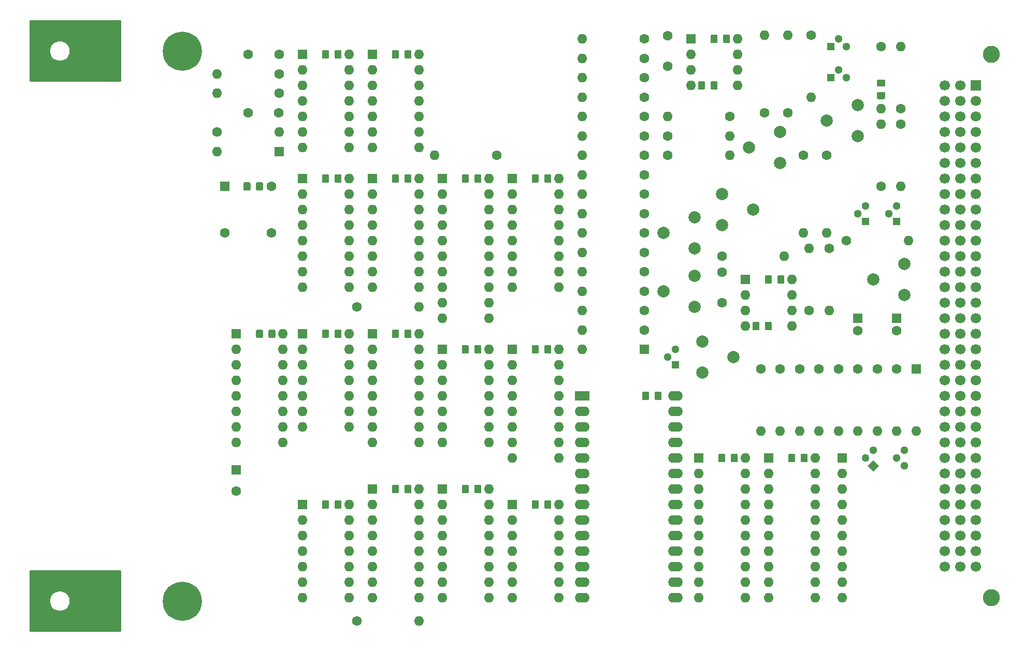
<source format=gbs>
G04 #@! TF.GenerationSoftware,KiCad,Pcbnew,(5.99.0-2039-g05a89863c)*
G04 #@! TF.CreationDate,2020-06-29T23:33:07-06:00*
G04 #@! TF.ProjectId,gfx,6766782e-6b69-4636-9164-5f7063625858,rev?*
G04 #@! TF.SameCoordinates,Original*
G04 #@! TF.FileFunction,Soldermask,Bot*
G04 #@! TF.FilePolarity,Negative*
%FSLAX46Y46*%
G04 Gerber Fmt 4.6, Leading zero omitted, Abs format (unit mm)*
G04 Created by KiCad (PCBNEW (5.99.0-2039-g05a89863c)) date 2020-06-29 23:33:07*
%MOMM*%
%LPD*%
G01*
G04 APERTURE LIST*
%ADD10O,1.600000X1.600000*%
%ADD11C,1.600000*%
%ADD12R,1.600000X1.600000*%
%ADD13C,0.800000*%
%ADD14C,6.400000*%
%ADD15R,1.300000X1.300000*%
%ADD16C,1.300000*%
%ADD17C,2.800000*%
%ADD18C,1.700000*%
%ADD19R,1.700000X1.700000*%
%ADD20O,2.400000X1.600000*%
%ADD21R,2.400000X1.600000*%
%ADD22C,2.000000*%
%ADD23C,1.270000*%
G04 APERTURE END LIST*
D10*
X213360000Y-68580000D03*
D11*
X203200000Y-68580000D03*
D10*
X142240000Y-81280000D03*
X134620000Y-96520000D03*
X142240000Y-83820000D03*
X134620000Y-93980000D03*
X142240000Y-86360000D03*
X134620000Y-91440000D03*
X142240000Y-88900000D03*
X134620000Y-88900000D03*
X142240000Y-91440000D03*
X134620000Y-86360000D03*
X142240000Y-93980000D03*
X134620000Y-83820000D03*
X142240000Y-96520000D03*
D12*
X134620000Y-81280000D03*
D10*
X153670000Y-81280000D03*
X146050000Y-99060000D03*
X153670000Y-83820000D03*
X146050000Y-96520000D03*
X153670000Y-86360000D03*
X146050000Y-93980000D03*
X153670000Y-88900000D03*
X146050000Y-91440000D03*
X153670000Y-91440000D03*
X146050000Y-88900000D03*
X153670000Y-93980000D03*
X146050000Y-86360000D03*
X153670000Y-96520000D03*
X146050000Y-83820000D03*
X153670000Y-99060000D03*
D12*
X146050000Y-81280000D03*
D13*
X116697056Y-123302944D03*
X115000000Y-122600000D03*
X113302944Y-123302944D03*
X112600000Y-125000000D03*
X113302944Y-126697056D03*
X115000000Y-127400000D03*
X116697056Y-126697056D03*
X117400000Y-125000000D03*
D14*
X115000000Y-125000000D03*
D13*
X116697056Y-33302944D03*
X115000000Y-32600000D03*
X113302944Y-33302944D03*
X112600000Y-35000000D03*
X113302944Y-36697056D03*
X115000000Y-37400000D03*
X116697056Y-36697056D03*
X117400000Y-35000000D03*
D14*
X115000000Y-35000000D03*
D10*
X153670000Y-76835000D03*
D11*
X143510000Y-76835000D03*
X225425000Y-80740000D03*
D12*
X225425000Y-78740000D03*
D11*
X231775000Y-80740000D03*
D12*
X231775000Y-78740000D03*
D11*
X123825000Y-107005000D03*
D12*
X123825000Y-103505000D03*
G36*
G01*
X210254000Y-80460000D02*
X210254000Y-79560000D01*
G75*
G02*
X210504000Y-79310000I250000J0D01*
G01*
X211154000Y-79310000D01*
G75*
G02*
X211404000Y-79560000I0J-250000D01*
G01*
X211404000Y-80460000D01*
G75*
G02*
X211154000Y-80710000I-250000J0D01*
G01*
X210504000Y-80710000D01*
G75*
G02*
X210254000Y-80460000I0J250000D01*
G01*
G37*
G36*
G01*
X208204000Y-80460000D02*
X208204000Y-79560000D01*
G75*
G02*
X208454000Y-79310000I250000J0D01*
G01*
X209104000Y-79310000D01*
G75*
G02*
X209354000Y-79560000I0J-250000D01*
G01*
X209354000Y-80460000D01*
G75*
G02*
X209104000Y-80710000I-250000J0D01*
G01*
X208454000Y-80710000D01*
G75*
G02*
X208204000Y-80460000I0J250000D01*
G01*
G37*
G36*
G01*
X201364000Y-41090000D02*
X201364000Y-40190000D01*
G75*
G02*
X201614000Y-39940000I250000J0D01*
G01*
X202264000Y-39940000D01*
G75*
G02*
X202514000Y-40190000I0J-250000D01*
G01*
X202514000Y-41090000D01*
G75*
G02*
X202264000Y-41340000I-250000J0D01*
G01*
X201614000Y-41340000D01*
G75*
G02*
X201364000Y-41090000I0J250000D01*
G01*
G37*
G36*
G01*
X199314000Y-41090000D02*
X199314000Y-40190000D01*
G75*
G02*
X199564000Y-39940000I250000J0D01*
G01*
X200214000Y-39940000D01*
G75*
G02*
X200464000Y-40190000I0J-250000D01*
G01*
X200464000Y-41090000D01*
G75*
G02*
X200214000Y-41340000I-250000J0D01*
G01*
X199564000Y-41340000D01*
G75*
G02*
X199314000Y-41090000I0J250000D01*
G01*
G37*
G36*
G01*
X211386000Y-71940000D02*
X211386000Y-72840000D01*
G75*
G02*
X211136000Y-73090000I-250000J0D01*
G01*
X210486000Y-73090000D01*
G75*
G02*
X210236000Y-72840000I0J250000D01*
G01*
X210236000Y-71940000D01*
G75*
G02*
X210486000Y-71690000I250000J0D01*
G01*
X211136000Y-71690000D01*
G75*
G02*
X211386000Y-71940000I0J-250000D01*
G01*
G37*
G36*
G01*
X213436000Y-71940000D02*
X213436000Y-72840000D01*
G75*
G02*
X213186000Y-73090000I-250000J0D01*
G01*
X212536000Y-73090000D01*
G75*
G02*
X212286000Y-72840000I0J250000D01*
G01*
X212286000Y-71940000D01*
G75*
G02*
X212536000Y-71690000I250000J0D01*
G01*
X213186000Y-71690000D01*
G75*
G02*
X213436000Y-71940000I0J-250000D01*
G01*
G37*
G36*
G01*
X202496000Y-32570000D02*
X202496000Y-33470000D01*
G75*
G02*
X202246000Y-33720000I-250000J0D01*
G01*
X201596000Y-33720000D01*
G75*
G02*
X201346000Y-33470000I0J250000D01*
G01*
X201346000Y-32570000D01*
G75*
G02*
X201596000Y-32320000I250000J0D01*
G01*
X202246000Y-32320000D01*
G75*
G02*
X202496000Y-32570000I0J-250000D01*
G01*
G37*
G36*
G01*
X204546000Y-32570000D02*
X204546000Y-33470000D01*
G75*
G02*
X204296000Y-33720000I-250000J0D01*
G01*
X203646000Y-33720000D01*
G75*
G02*
X203396000Y-33470000I0J250000D01*
G01*
X203396000Y-32570000D01*
G75*
G02*
X203646000Y-32320000I250000J0D01*
G01*
X204296000Y-32320000D01*
G75*
G02*
X204546000Y-32570000I0J-250000D01*
G01*
G37*
D10*
X176530000Y-109220000D03*
X168910000Y-124460000D03*
X176530000Y-111760000D03*
X168910000Y-121920000D03*
X176530000Y-114300000D03*
X168910000Y-119380000D03*
X176530000Y-116840000D03*
X168910000Y-116840000D03*
X176530000Y-119380000D03*
X168910000Y-114300000D03*
X176530000Y-121920000D03*
X168910000Y-111760000D03*
X176530000Y-124460000D03*
D12*
X168910000Y-109220000D03*
D10*
X165100000Y-106680000D03*
X157480000Y-124460000D03*
X165100000Y-109220000D03*
X157480000Y-121920000D03*
X165100000Y-111760000D03*
X157480000Y-119380000D03*
X165100000Y-114300000D03*
X157480000Y-116840000D03*
X165100000Y-116840000D03*
X157480000Y-114300000D03*
X165100000Y-119380000D03*
X157480000Y-111760000D03*
X165100000Y-121920000D03*
X157480000Y-109220000D03*
X165100000Y-124460000D03*
D12*
X157480000Y-106680000D03*
G36*
G01*
X138996000Y-108770000D02*
X138996000Y-109670000D01*
G75*
G02*
X138746000Y-109920000I-250000J0D01*
G01*
X138096000Y-109920000D01*
G75*
G02*
X137846000Y-109670000I0J250000D01*
G01*
X137846000Y-108770000D01*
G75*
G02*
X138096000Y-108520000I250000J0D01*
G01*
X138746000Y-108520000D01*
G75*
G02*
X138996000Y-108770000I0J-250000D01*
G01*
G37*
G36*
G01*
X141046000Y-108770000D02*
X141046000Y-109670000D01*
G75*
G02*
X140796000Y-109920000I-250000J0D01*
G01*
X140146000Y-109920000D01*
G75*
G02*
X139896000Y-109670000I0J250000D01*
G01*
X139896000Y-108770000D01*
G75*
G02*
X140146000Y-108520000I250000J0D01*
G01*
X140796000Y-108520000D01*
G75*
G02*
X141046000Y-108770000I0J-250000D01*
G01*
G37*
D10*
X142240000Y-55880000D03*
X134620000Y-73660000D03*
X142240000Y-58420000D03*
X134620000Y-71120000D03*
X142240000Y-60960000D03*
X134620000Y-68580000D03*
X142240000Y-63500000D03*
X134620000Y-66040000D03*
X142240000Y-66040000D03*
X134620000Y-63500000D03*
X142240000Y-68580000D03*
X134620000Y-60960000D03*
X142240000Y-71120000D03*
X134620000Y-58420000D03*
X142240000Y-73660000D03*
D12*
X134620000Y-55880000D03*
G36*
G01*
X138996000Y-80830000D02*
X138996000Y-81730000D01*
G75*
G02*
X138746000Y-81980000I-250000J0D01*
G01*
X138096000Y-81980000D01*
G75*
G02*
X137846000Y-81730000I0J250000D01*
G01*
X137846000Y-80830000D01*
G75*
G02*
X138096000Y-80580000I250000J0D01*
G01*
X138746000Y-80580000D01*
G75*
G02*
X138996000Y-80830000I0J-250000D01*
G01*
G37*
G36*
G01*
X141046000Y-80830000D02*
X141046000Y-81730000D01*
G75*
G02*
X140796000Y-81980000I-250000J0D01*
G01*
X140146000Y-81980000D01*
G75*
G02*
X139896000Y-81730000I0J250000D01*
G01*
X139896000Y-80830000D01*
G75*
G02*
X140146000Y-80580000I250000J0D01*
G01*
X140796000Y-80580000D01*
G75*
G02*
X141046000Y-80830000I0J-250000D01*
G01*
G37*
G36*
G01*
X229685000Y-40825000D02*
X228785000Y-40825000D01*
G75*
G02*
X228535000Y-40575000I0J250000D01*
G01*
X228535000Y-39925000D01*
G75*
G02*
X228785000Y-39675000I250000J0D01*
G01*
X229685000Y-39675000D01*
G75*
G02*
X229935000Y-39925000I0J-250000D01*
G01*
X229935000Y-40575000D01*
G75*
G02*
X229685000Y-40825000I-250000J0D01*
G01*
G37*
G36*
G01*
X229685000Y-42875000D02*
X228785000Y-42875000D01*
G75*
G02*
X228535000Y-42625000I0J250000D01*
G01*
X228535000Y-41975000D01*
G75*
G02*
X228785000Y-41725000I250000J0D01*
G01*
X229685000Y-41725000D01*
G75*
G02*
X229935000Y-41975000I0J-250000D01*
G01*
X229935000Y-42625000D01*
G75*
G02*
X229685000Y-42875000I-250000J0D01*
G01*
G37*
G36*
G01*
X215196000Y-101150000D02*
X215196000Y-102050000D01*
G75*
G02*
X214946000Y-102300000I-250000J0D01*
G01*
X214296000Y-102300000D01*
G75*
G02*
X214046000Y-102050000I0J250000D01*
G01*
X214046000Y-101150000D01*
G75*
G02*
X214296000Y-100900000I250000J0D01*
G01*
X214946000Y-100900000D01*
G75*
G02*
X215196000Y-101150000I0J-250000D01*
G01*
G37*
G36*
G01*
X217246000Y-101150000D02*
X217246000Y-102050000D01*
G75*
G02*
X216996000Y-102300000I-250000J0D01*
G01*
X216346000Y-102300000D01*
G75*
G02*
X216096000Y-102050000I0J250000D01*
G01*
X216096000Y-101150000D01*
G75*
G02*
X216346000Y-100900000I250000J0D01*
G01*
X216996000Y-100900000D01*
G75*
G02*
X217246000Y-101150000I0J-250000D01*
G01*
G37*
G36*
G01*
X203766000Y-101150000D02*
X203766000Y-102050000D01*
G75*
G02*
X203516000Y-102300000I-250000J0D01*
G01*
X202866000Y-102300000D01*
G75*
G02*
X202616000Y-102050000I0J250000D01*
G01*
X202616000Y-101150000D01*
G75*
G02*
X202866000Y-100900000I250000J0D01*
G01*
X203516000Y-100900000D01*
G75*
G02*
X203766000Y-101150000I0J-250000D01*
G01*
G37*
G36*
G01*
X205816000Y-101150000D02*
X205816000Y-102050000D01*
G75*
G02*
X205566000Y-102300000I-250000J0D01*
G01*
X204916000Y-102300000D01*
G75*
G02*
X204666000Y-102050000I0J250000D01*
G01*
X204666000Y-101150000D01*
G75*
G02*
X204916000Y-100900000I250000J0D01*
G01*
X205566000Y-100900000D01*
G75*
G02*
X205816000Y-101150000I0J-250000D01*
G01*
G37*
G36*
G01*
X191320000Y-90990000D02*
X191320000Y-91890000D01*
G75*
G02*
X191070000Y-92140000I-250000J0D01*
G01*
X190420000Y-92140000D01*
G75*
G02*
X190170000Y-91890000I0J250000D01*
G01*
X190170000Y-90990000D01*
G75*
G02*
X190420000Y-90740000I250000J0D01*
G01*
X191070000Y-90740000D01*
G75*
G02*
X191320000Y-90990000I0J-250000D01*
G01*
G37*
G36*
G01*
X193370000Y-90990000D02*
X193370000Y-91890000D01*
G75*
G02*
X193120000Y-92140000I-250000J0D01*
G01*
X192470000Y-92140000D01*
G75*
G02*
X192220000Y-91890000I0J250000D01*
G01*
X192220000Y-90990000D01*
G75*
G02*
X192470000Y-90740000I250000J0D01*
G01*
X193120000Y-90740000D01*
G75*
G02*
X193370000Y-90990000I0J-250000D01*
G01*
G37*
G36*
G01*
X161856000Y-106230000D02*
X161856000Y-107130000D01*
G75*
G02*
X161606000Y-107380000I-250000J0D01*
G01*
X160956000Y-107380000D01*
G75*
G02*
X160706000Y-107130000I0J250000D01*
G01*
X160706000Y-106230000D01*
G75*
G02*
X160956000Y-105980000I250000J0D01*
G01*
X161606000Y-105980000D01*
G75*
G02*
X161856000Y-106230000I0J-250000D01*
G01*
G37*
G36*
G01*
X163906000Y-106230000D02*
X163906000Y-107130000D01*
G75*
G02*
X163656000Y-107380000I-250000J0D01*
G01*
X163006000Y-107380000D01*
G75*
G02*
X162756000Y-107130000I0J250000D01*
G01*
X162756000Y-106230000D01*
G75*
G02*
X163006000Y-105980000I250000J0D01*
G01*
X163656000Y-105980000D01*
G75*
G02*
X163906000Y-106230000I0J-250000D01*
G01*
G37*
G36*
G01*
X173286000Y-83370000D02*
X173286000Y-84270000D01*
G75*
G02*
X173036000Y-84520000I-250000J0D01*
G01*
X172386000Y-84520000D01*
G75*
G02*
X172136000Y-84270000I0J250000D01*
G01*
X172136000Y-83370000D01*
G75*
G02*
X172386000Y-83120000I250000J0D01*
G01*
X173036000Y-83120000D01*
G75*
G02*
X173286000Y-83370000I0J-250000D01*
G01*
G37*
G36*
G01*
X175336000Y-83370000D02*
X175336000Y-84270000D01*
G75*
G02*
X175086000Y-84520000I-250000J0D01*
G01*
X174436000Y-84520000D01*
G75*
G02*
X174186000Y-84270000I0J250000D01*
G01*
X174186000Y-83370000D01*
G75*
G02*
X174436000Y-83120000I250000J0D01*
G01*
X175086000Y-83120000D01*
G75*
G02*
X175336000Y-83370000I0J-250000D01*
G01*
G37*
G36*
G01*
X173286000Y-55430000D02*
X173286000Y-56330000D01*
G75*
G02*
X173036000Y-56580000I-250000J0D01*
G01*
X172386000Y-56580000D01*
G75*
G02*
X172136000Y-56330000I0J250000D01*
G01*
X172136000Y-55430000D01*
G75*
G02*
X172386000Y-55180000I250000J0D01*
G01*
X173036000Y-55180000D01*
G75*
G02*
X173286000Y-55430000I0J-250000D01*
G01*
G37*
G36*
G01*
X175336000Y-55430000D02*
X175336000Y-56330000D01*
G75*
G02*
X175086000Y-56580000I-250000J0D01*
G01*
X174436000Y-56580000D01*
G75*
G02*
X174186000Y-56330000I0J250000D01*
G01*
X174186000Y-55430000D01*
G75*
G02*
X174436000Y-55180000I250000J0D01*
G01*
X175086000Y-55180000D01*
G75*
G02*
X175336000Y-55430000I0J-250000D01*
G01*
G37*
G36*
G01*
X150426000Y-106230000D02*
X150426000Y-107130000D01*
G75*
G02*
X150176000Y-107380000I-250000J0D01*
G01*
X149526000Y-107380000D01*
G75*
G02*
X149276000Y-107130000I0J250000D01*
G01*
X149276000Y-106230000D01*
G75*
G02*
X149526000Y-105980000I250000J0D01*
G01*
X150176000Y-105980000D01*
G75*
G02*
X150426000Y-106230000I0J-250000D01*
G01*
G37*
G36*
G01*
X152476000Y-106230000D02*
X152476000Y-107130000D01*
G75*
G02*
X152226000Y-107380000I-250000J0D01*
G01*
X151576000Y-107380000D01*
G75*
G02*
X151326000Y-107130000I0J250000D01*
G01*
X151326000Y-106230000D01*
G75*
G02*
X151576000Y-105980000I250000J0D01*
G01*
X152226000Y-105980000D01*
G75*
G02*
X152476000Y-106230000I0J-250000D01*
G01*
G37*
G36*
G01*
X161856000Y-83370000D02*
X161856000Y-84270000D01*
G75*
G02*
X161606000Y-84520000I-250000J0D01*
G01*
X160956000Y-84520000D01*
G75*
G02*
X160706000Y-84270000I0J250000D01*
G01*
X160706000Y-83370000D01*
G75*
G02*
X160956000Y-83120000I250000J0D01*
G01*
X161606000Y-83120000D01*
G75*
G02*
X161856000Y-83370000I0J-250000D01*
G01*
G37*
G36*
G01*
X163906000Y-83370000D02*
X163906000Y-84270000D01*
G75*
G02*
X163656000Y-84520000I-250000J0D01*
G01*
X163006000Y-84520000D01*
G75*
G02*
X162756000Y-84270000I0J250000D01*
G01*
X162756000Y-83370000D01*
G75*
G02*
X163006000Y-83120000I250000J0D01*
G01*
X163656000Y-83120000D01*
G75*
G02*
X163906000Y-83370000I0J-250000D01*
G01*
G37*
G36*
G01*
X161856000Y-55430000D02*
X161856000Y-56330000D01*
G75*
G02*
X161606000Y-56580000I-250000J0D01*
G01*
X160956000Y-56580000D01*
G75*
G02*
X160706000Y-56330000I0J250000D01*
G01*
X160706000Y-55430000D01*
G75*
G02*
X160956000Y-55180000I250000J0D01*
G01*
X161606000Y-55180000D01*
G75*
G02*
X161856000Y-55430000I0J-250000D01*
G01*
G37*
G36*
G01*
X163906000Y-55430000D02*
X163906000Y-56330000D01*
G75*
G02*
X163656000Y-56580000I-250000J0D01*
G01*
X163006000Y-56580000D01*
G75*
G02*
X162756000Y-56330000I0J250000D01*
G01*
X162756000Y-55430000D01*
G75*
G02*
X163006000Y-55180000I250000J0D01*
G01*
X163656000Y-55180000D01*
G75*
G02*
X163906000Y-55430000I0J-250000D01*
G01*
G37*
G36*
G01*
X150426000Y-80830000D02*
X150426000Y-81730000D01*
G75*
G02*
X150176000Y-81980000I-250000J0D01*
G01*
X149526000Y-81980000D01*
G75*
G02*
X149276000Y-81730000I0J250000D01*
G01*
X149276000Y-80830000D01*
G75*
G02*
X149526000Y-80580000I250000J0D01*
G01*
X150176000Y-80580000D01*
G75*
G02*
X150426000Y-80830000I0J-250000D01*
G01*
G37*
G36*
G01*
X152476000Y-80830000D02*
X152476000Y-81730000D01*
G75*
G02*
X152226000Y-81980000I-250000J0D01*
G01*
X151576000Y-81980000D01*
G75*
G02*
X151326000Y-81730000I0J250000D01*
G01*
X151326000Y-80830000D01*
G75*
G02*
X151576000Y-80580000I250000J0D01*
G01*
X152226000Y-80580000D01*
G75*
G02*
X152476000Y-80830000I0J-250000D01*
G01*
G37*
G36*
G01*
X150426000Y-55430000D02*
X150426000Y-56330000D01*
G75*
G02*
X150176000Y-56580000I-250000J0D01*
G01*
X149526000Y-56580000D01*
G75*
G02*
X149276000Y-56330000I0J250000D01*
G01*
X149276000Y-55430000D01*
G75*
G02*
X149526000Y-55180000I250000J0D01*
G01*
X150176000Y-55180000D01*
G75*
G02*
X150426000Y-55430000I0J-250000D01*
G01*
G37*
G36*
G01*
X152476000Y-55430000D02*
X152476000Y-56330000D01*
G75*
G02*
X152226000Y-56580000I-250000J0D01*
G01*
X151576000Y-56580000D01*
G75*
G02*
X151326000Y-56330000I0J250000D01*
G01*
X151326000Y-55430000D01*
G75*
G02*
X151576000Y-55180000I250000J0D01*
G01*
X152226000Y-55180000D01*
G75*
G02*
X152476000Y-55430000I0J-250000D01*
G01*
G37*
G36*
G01*
X150426000Y-35110000D02*
X150426000Y-36010000D01*
G75*
G02*
X150176000Y-36260000I-250000J0D01*
G01*
X149526000Y-36260000D01*
G75*
G02*
X149276000Y-36010000I0J250000D01*
G01*
X149276000Y-35110000D01*
G75*
G02*
X149526000Y-34860000I250000J0D01*
G01*
X150176000Y-34860000D01*
G75*
G02*
X150426000Y-35110000I0J-250000D01*
G01*
G37*
G36*
G01*
X152476000Y-35110000D02*
X152476000Y-36010000D01*
G75*
G02*
X152226000Y-36260000I-250000J0D01*
G01*
X151576000Y-36260000D01*
G75*
G02*
X151326000Y-36010000I0J250000D01*
G01*
X151326000Y-35110000D01*
G75*
G02*
X151576000Y-34860000I250000J0D01*
G01*
X152226000Y-34860000D01*
G75*
G02*
X152476000Y-35110000I0J-250000D01*
G01*
G37*
G36*
G01*
X173286000Y-108770000D02*
X173286000Y-109670000D01*
G75*
G02*
X173036000Y-109920000I-250000J0D01*
G01*
X172386000Y-109920000D01*
G75*
G02*
X172136000Y-109670000I0J250000D01*
G01*
X172136000Y-108770000D01*
G75*
G02*
X172386000Y-108520000I250000J0D01*
G01*
X173036000Y-108520000D01*
G75*
G02*
X173286000Y-108770000I0J-250000D01*
G01*
G37*
G36*
G01*
X175336000Y-108770000D02*
X175336000Y-109670000D01*
G75*
G02*
X175086000Y-109920000I-250000J0D01*
G01*
X174436000Y-109920000D01*
G75*
G02*
X174186000Y-109670000I0J250000D01*
G01*
X174186000Y-108770000D01*
G75*
G02*
X174436000Y-108520000I250000J0D01*
G01*
X175086000Y-108520000D01*
G75*
G02*
X175336000Y-108770000I0J-250000D01*
G01*
G37*
G36*
G01*
X138996000Y-55430000D02*
X138996000Y-56330000D01*
G75*
G02*
X138746000Y-56580000I-250000J0D01*
G01*
X138096000Y-56580000D01*
G75*
G02*
X137846000Y-56330000I0J250000D01*
G01*
X137846000Y-55430000D01*
G75*
G02*
X138096000Y-55180000I250000J0D01*
G01*
X138746000Y-55180000D01*
G75*
G02*
X138996000Y-55430000I0J-250000D01*
G01*
G37*
G36*
G01*
X141046000Y-55430000D02*
X141046000Y-56330000D01*
G75*
G02*
X140796000Y-56580000I-250000J0D01*
G01*
X140146000Y-56580000D01*
G75*
G02*
X139896000Y-56330000I0J250000D01*
G01*
X139896000Y-55430000D01*
G75*
G02*
X140146000Y-55180000I250000J0D01*
G01*
X140796000Y-55180000D01*
G75*
G02*
X141046000Y-55430000I0J-250000D01*
G01*
G37*
G36*
G01*
X138996000Y-35110000D02*
X138996000Y-36010000D01*
G75*
G02*
X138746000Y-36260000I-250000J0D01*
G01*
X138096000Y-36260000D01*
G75*
G02*
X137846000Y-36010000I0J250000D01*
G01*
X137846000Y-35110000D01*
G75*
G02*
X138096000Y-34860000I250000J0D01*
G01*
X138746000Y-34860000D01*
G75*
G02*
X138996000Y-35110000I0J-250000D01*
G01*
G37*
G36*
G01*
X141046000Y-35110000D02*
X141046000Y-36010000D01*
G75*
G02*
X140796000Y-36260000I-250000J0D01*
G01*
X140146000Y-36260000D01*
G75*
G02*
X139896000Y-36010000I0J250000D01*
G01*
X139896000Y-35110000D01*
G75*
G02*
X140146000Y-34860000I250000J0D01*
G01*
X140796000Y-34860000D01*
G75*
G02*
X141046000Y-35110000I0J-250000D01*
G01*
G37*
G36*
G01*
X128201000Y-80830000D02*
X128201000Y-81730000D01*
G75*
G02*
X127951000Y-81980000I-250000J0D01*
G01*
X127301000Y-81980000D01*
G75*
G02*
X127051000Y-81730000I0J250000D01*
G01*
X127051000Y-80830000D01*
G75*
G02*
X127301000Y-80580000I250000J0D01*
G01*
X127951000Y-80580000D01*
G75*
G02*
X128201000Y-80830000I0J-250000D01*
G01*
G37*
G36*
G01*
X130251000Y-80830000D02*
X130251000Y-81730000D01*
G75*
G02*
X130001000Y-81980000I-250000J0D01*
G01*
X129351000Y-81980000D01*
G75*
G02*
X129101000Y-81730000I0J250000D01*
G01*
X129101000Y-80830000D01*
G75*
G02*
X129351000Y-80580000I250000J0D01*
G01*
X130001000Y-80580000D01*
G75*
G02*
X130251000Y-80830000I0J-250000D01*
G01*
G37*
G36*
G01*
X126160000Y-56700000D02*
X126160000Y-57600000D01*
G75*
G02*
X125910000Y-57850000I-250000J0D01*
G01*
X125260000Y-57850000D01*
G75*
G02*
X125010000Y-57600000I0J250000D01*
G01*
X125010000Y-56700000D01*
G75*
G02*
X125260000Y-56450000I250000J0D01*
G01*
X125910000Y-56450000D01*
G75*
G02*
X126160000Y-56700000I0J-250000D01*
G01*
G37*
G36*
G01*
X128210000Y-56700000D02*
X128210000Y-57600000D01*
G75*
G02*
X127960000Y-57850000I-250000J0D01*
G01*
X127310000Y-57850000D01*
G75*
G02*
X127060000Y-57600000I0J250000D01*
G01*
X127060000Y-56700000D01*
G75*
G02*
X127310000Y-56450000I250000J0D01*
G01*
X127960000Y-56450000D01*
G75*
G02*
X128210000Y-56700000I0J-250000D01*
G01*
G37*
D15*
X195580000Y-86360000D03*
D16*
X195580000Y-83820000D03*
X194310000Y-85090000D03*
D10*
X153670000Y-35560000D03*
X146050000Y-50800000D03*
X153670000Y-38100000D03*
X146050000Y-48260000D03*
X153670000Y-40640000D03*
X146050000Y-45720000D03*
X153670000Y-43180000D03*
X146050000Y-43180000D03*
X153670000Y-45720000D03*
X146050000Y-40640000D03*
X153670000Y-48260000D03*
X146050000Y-38100000D03*
X153670000Y-50800000D03*
D12*
X146050000Y-35560000D03*
D10*
X142240000Y-109220000D03*
X134620000Y-124460000D03*
X142240000Y-111760000D03*
X134620000Y-121920000D03*
X142240000Y-114300000D03*
X134620000Y-119380000D03*
X142240000Y-116840000D03*
X134620000Y-116840000D03*
X142240000Y-119380000D03*
X134620000Y-114300000D03*
X142240000Y-121920000D03*
X134620000Y-111760000D03*
X142240000Y-124460000D03*
D12*
X134620000Y-109220000D03*
D10*
X222885000Y-124460000D03*
X222885000Y-121920000D03*
X222885000Y-119380000D03*
X222885000Y-116840000D03*
X222885000Y-114300000D03*
X222885000Y-111760000D03*
X222885000Y-109220000D03*
X222885000Y-106680000D03*
X222885000Y-104140000D03*
D12*
X222885000Y-101600000D03*
D17*
X247240000Y-124450000D03*
X247240000Y-35550000D03*
D18*
X242160000Y-119370000D03*
X244700000Y-119370000D03*
X242160000Y-116830000D03*
X244700000Y-116830000D03*
X242160000Y-114290000D03*
X244700000Y-114290000D03*
X242160000Y-111750000D03*
X244700000Y-111750000D03*
X242160000Y-109210000D03*
X244700000Y-109210000D03*
X242160000Y-106670000D03*
X244700000Y-106670000D03*
X242160000Y-104130000D03*
X244700000Y-104130000D03*
X242160000Y-101590000D03*
X244700000Y-101590000D03*
X242160000Y-99050000D03*
X244700000Y-99050000D03*
X242160000Y-96510000D03*
X244700000Y-96510000D03*
X242160000Y-93970000D03*
X244700000Y-93970000D03*
X242160000Y-91430000D03*
X244700000Y-91430000D03*
X242160000Y-88890000D03*
X244700000Y-88890000D03*
X242160000Y-86350000D03*
X244700000Y-86350000D03*
X242160000Y-83810000D03*
X244700000Y-83810000D03*
X242160000Y-81270000D03*
X244700000Y-81270000D03*
X242160000Y-78730000D03*
X244700000Y-78730000D03*
X242160000Y-76190000D03*
X244700000Y-76190000D03*
X242160000Y-73650000D03*
X244700000Y-73650000D03*
X242160000Y-71110000D03*
X244700000Y-71110000D03*
X242160000Y-68570000D03*
X244700000Y-68570000D03*
X242160000Y-66030000D03*
X244700000Y-66030000D03*
X242160000Y-63490000D03*
X244700000Y-63490000D03*
X242160000Y-60950000D03*
X244700000Y-60950000D03*
X242160000Y-58410000D03*
X244700000Y-58410000D03*
X242160000Y-55870000D03*
X244700000Y-55870000D03*
X242160000Y-53330000D03*
X244700000Y-53330000D03*
X242160000Y-50790000D03*
X244700000Y-50790000D03*
X242160000Y-48250000D03*
X244700000Y-48250000D03*
X242160000Y-45710000D03*
X244700000Y-45710000D03*
X242160000Y-43170000D03*
X244700000Y-43170000D03*
X242160000Y-40630000D03*
D19*
X244700000Y-40630000D03*
D18*
X239620000Y-104130000D03*
X239620000Y-101590000D03*
X239620000Y-106670000D03*
X239620000Y-53330000D03*
X239620000Y-50790000D03*
X239620000Y-40630000D03*
X239620000Y-76190000D03*
X239620000Y-73650000D03*
X239620000Y-48250000D03*
X239620000Y-45710000D03*
X239620000Y-43170000D03*
X239620000Y-83810000D03*
X239620000Y-116830000D03*
X239620000Y-66030000D03*
X239620000Y-63490000D03*
X239620000Y-96510000D03*
X239620000Y-93970000D03*
X239620000Y-99050000D03*
X239620000Y-88890000D03*
X239620000Y-86350000D03*
X239620000Y-60950000D03*
X239620000Y-58410000D03*
X239620000Y-55870000D03*
X239620000Y-81270000D03*
X239620000Y-78730000D03*
X239620000Y-111750000D03*
X239620000Y-109210000D03*
X239620000Y-114290000D03*
X239620000Y-71110000D03*
X239620000Y-68570000D03*
X239620000Y-91430000D03*
X239620000Y-119370000D03*
D10*
X214630000Y-72390000D03*
X207010000Y-80010000D03*
X214630000Y-74930000D03*
X207010000Y-77470000D03*
X214630000Y-77470000D03*
X207010000Y-74930000D03*
X214630000Y-80010000D03*
D12*
X207010000Y-72390000D03*
D10*
X205740000Y-33020000D03*
X198120000Y-40640000D03*
X205740000Y-35560000D03*
X198120000Y-38100000D03*
X205740000Y-38100000D03*
X198120000Y-35560000D03*
X205740000Y-40640000D03*
D12*
X198120000Y-33020000D03*
D20*
X195580000Y-91440000D03*
X180340000Y-124460000D03*
X195580000Y-93980000D03*
X180340000Y-121920000D03*
X195580000Y-96520000D03*
X180340000Y-119380000D03*
X195580000Y-99060000D03*
X180340000Y-116840000D03*
X195580000Y-101600000D03*
X180340000Y-114300000D03*
X195580000Y-104140000D03*
X180340000Y-111760000D03*
X195580000Y-106680000D03*
X180340000Y-109220000D03*
X195580000Y-109220000D03*
X180340000Y-106680000D03*
X195580000Y-111760000D03*
X180340000Y-104140000D03*
X195580000Y-114300000D03*
X180340000Y-101600000D03*
X195580000Y-116840000D03*
X180340000Y-99060000D03*
X195580000Y-119380000D03*
X180340000Y-96520000D03*
X195580000Y-121920000D03*
X180340000Y-93980000D03*
X195580000Y-124460000D03*
D21*
X180340000Y-91440000D03*
D10*
X176530000Y-55880000D03*
X168910000Y-73660000D03*
X176530000Y-58420000D03*
X168910000Y-71120000D03*
X176530000Y-60960000D03*
X168910000Y-68580000D03*
X176530000Y-63500000D03*
X168910000Y-66040000D03*
X176530000Y-66040000D03*
X168910000Y-63500000D03*
X176530000Y-68580000D03*
X168910000Y-60960000D03*
X176530000Y-71120000D03*
X168910000Y-58420000D03*
X176530000Y-73660000D03*
D12*
X168910000Y-55880000D03*
D10*
X218440000Y-101600000D03*
X210820000Y-124460000D03*
X218440000Y-104140000D03*
X210820000Y-121920000D03*
X218440000Y-106680000D03*
X210820000Y-119380000D03*
X218440000Y-109220000D03*
X210820000Y-116840000D03*
X218440000Y-111760000D03*
X210820000Y-114300000D03*
X218440000Y-114300000D03*
X210820000Y-111760000D03*
X218440000Y-116840000D03*
X210820000Y-109220000D03*
X218440000Y-119380000D03*
X210820000Y-106680000D03*
X218440000Y-121920000D03*
X210820000Y-104140000D03*
X218440000Y-124460000D03*
D12*
X210820000Y-101600000D03*
D10*
X207010000Y-101600000D03*
X199390000Y-124460000D03*
X207010000Y-104140000D03*
X199390000Y-121920000D03*
X207010000Y-106680000D03*
X199390000Y-119380000D03*
X207010000Y-109220000D03*
X199390000Y-116840000D03*
X207010000Y-111760000D03*
X199390000Y-114300000D03*
X207010000Y-114300000D03*
X199390000Y-111760000D03*
X207010000Y-116840000D03*
X199390000Y-109220000D03*
X207010000Y-119380000D03*
X199390000Y-106680000D03*
X207010000Y-121920000D03*
X199390000Y-104140000D03*
X207010000Y-124460000D03*
D12*
X199390000Y-101600000D03*
D10*
X165100000Y-55880000D03*
X157480000Y-78740000D03*
X165100000Y-58420000D03*
X157480000Y-76200000D03*
X165100000Y-60960000D03*
X157480000Y-73660000D03*
X165100000Y-63500000D03*
X157480000Y-71120000D03*
X165100000Y-66040000D03*
X157480000Y-68580000D03*
X165100000Y-68580000D03*
X157480000Y-66040000D03*
X165100000Y-71120000D03*
X157480000Y-63500000D03*
X165100000Y-73660000D03*
X157480000Y-60960000D03*
X165100000Y-76200000D03*
X157480000Y-58420000D03*
X165100000Y-78740000D03*
D12*
X157480000Y-55880000D03*
D10*
X153670000Y-106680000D03*
X146050000Y-124460000D03*
X153670000Y-109220000D03*
X146050000Y-121920000D03*
X153670000Y-111760000D03*
X146050000Y-119380000D03*
X153670000Y-114300000D03*
X146050000Y-116840000D03*
X153670000Y-116840000D03*
X146050000Y-114300000D03*
X153670000Y-119380000D03*
X146050000Y-111760000D03*
X153670000Y-121920000D03*
X146050000Y-109220000D03*
X153670000Y-124460000D03*
D12*
X146050000Y-106680000D03*
D10*
X176530000Y-83820000D03*
X168910000Y-101600000D03*
X176530000Y-86360000D03*
X168910000Y-99060000D03*
X176530000Y-88900000D03*
X168910000Y-96520000D03*
X176530000Y-91440000D03*
X168910000Y-93980000D03*
X176530000Y-93980000D03*
X168910000Y-91440000D03*
X176530000Y-96520000D03*
X168910000Y-88900000D03*
X176530000Y-99060000D03*
X168910000Y-86360000D03*
X176530000Y-101600000D03*
D12*
X168910000Y-83820000D03*
D10*
X153670000Y-55880000D03*
X146050000Y-73660000D03*
X153670000Y-58420000D03*
X146050000Y-71120000D03*
X153670000Y-60960000D03*
X146050000Y-68580000D03*
X153670000Y-63500000D03*
X146050000Y-66040000D03*
X153670000Y-66040000D03*
X146050000Y-63500000D03*
X153670000Y-68580000D03*
X146050000Y-60960000D03*
X153670000Y-71120000D03*
X146050000Y-58420000D03*
X153670000Y-73660000D03*
D12*
X146050000Y-55880000D03*
D10*
X165100000Y-83820000D03*
X157480000Y-99060000D03*
X165100000Y-86360000D03*
X157480000Y-96520000D03*
X165100000Y-88900000D03*
X157480000Y-93980000D03*
X165100000Y-91440000D03*
X157480000Y-91440000D03*
X165100000Y-93980000D03*
X157480000Y-88900000D03*
X165100000Y-96520000D03*
X157480000Y-86360000D03*
X165100000Y-99060000D03*
D12*
X157480000Y-83820000D03*
D10*
X131445000Y-81280000D03*
X123825000Y-99060000D03*
X131445000Y-83820000D03*
X123825000Y-96520000D03*
X131445000Y-86360000D03*
X123825000Y-93980000D03*
X131445000Y-88900000D03*
X123825000Y-91440000D03*
X131445000Y-91440000D03*
X123825000Y-88900000D03*
X131445000Y-93980000D03*
X123825000Y-86360000D03*
X131445000Y-96520000D03*
X123825000Y-83820000D03*
X131445000Y-99060000D03*
D12*
X123825000Y-81280000D03*
D10*
X142240000Y-35560000D03*
X134620000Y-50800000D03*
X142240000Y-38100000D03*
X134620000Y-48260000D03*
X142240000Y-40640000D03*
X134620000Y-45720000D03*
X142240000Y-43180000D03*
X134620000Y-43180000D03*
X142240000Y-45720000D03*
X134620000Y-40640000D03*
X142240000Y-48260000D03*
X134620000Y-38100000D03*
X142240000Y-50800000D03*
D12*
X134620000Y-35560000D03*
D11*
X121920000Y-64770000D03*
X129540000Y-64770000D03*
X129540000Y-57150000D03*
D12*
X121920000Y-57150000D03*
D22*
X203200000Y-63500000D03*
X208280000Y-60960000D03*
X203200000Y-58420000D03*
X233045000Y-69850000D03*
X227965000Y-72390000D03*
X233045000Y-74930000D03*
X200025000Y-87630000D03*
X205105000Y-85090000D03*
X200025000Y-82550000D03*
X212725000Y-48260000D03*
X207645000Y-50800000D03*
X212725000Y-53340000D03*
X225425000Y-43815000D03*
X220345000Y-46355000D03*
X225425000Y-48895000D03*
X198755000Y-71755000D03*
X193675000Y-74295000D03*
X198755000Y-76835000D03*
X198755000Y-62230000D03*
X193675000Y-64770000D03*
X198755000Y-67310000D03*
D10*
X232410000Y-57150000D03*
D11*
X232410000Y-46990000D03*
D10*
X232410000Y-34290000D03*
D11*
X232410000Y-44450000D03*
D10*
X216535000Y-64770000D03*
D11*
X216535000Y-52070000D03*
D10*
X220345000Y-64770000D03*
D11*
X220345000Y-52070000D03*
D10*
X233680000Y-66040000D03*
D11*
X223520000Y-66040000D03*
D10*
X229235000Y-46990000D03*
D11*
X229235000Y-57150000D03*
D10*
X209550000Y-97155000D03*
D11*
X209550000Y-86995000D03*
D10*
X217424000Y-67310000D03*
D11*
X217424000Y-77470000D03*
D10*
X220726000Y-77470000D03*
D11*
X220726000Y-67310000D03*
D10*
X231775000Y-97155000D03*
D11*
X231775000Y-86995000D03*
D10*
X228600000Y-97155000D03*
D11*
X228600000Y-86995000D03*
D10*
X225425000Y-97155000D03*
D11*
X225425000Y-86995000D03*
D10*
X222250000Y-97155000D03*
D11*
X222250000Y-86995000D03*
D10*
X219075000Y-97155000D03*
D11*
X219075000Y-86995000D03*
D10*
X215900000Y-97155000D03*
D11*
X215900000Y-86995000D03*
D10*
X212725000Y-97155000D03*
D11*
X212725000Y-86995000D03*
D10*
X213995000Y-32385000D03*
D11*
X213995000Y-45085000D03*
D10*
X210185000Y-32385000D03*
D11*
X210185000Y-45085000D03*
D10*
X217805000Y-42545000D03*
D11*
X217805000Y-32385000D03*
D10*
X229235000Y-44450000D03*
D11*
X229235000Y-34290000D03*
D10*
X180340000Y-33020000D03*
D11*
X190500000Y-33020000D03*
D10*
X204470000Y-52070000D03*
D11*
X194310000Y-52070000D03*
D10*
X194310000Y-45720000D03*
D11*
X204470000Y-45720000D03*
D10*
X204470000Y-48895000D03*
D11*
X194310000Y-48895000D03*
D10*
X180340000Y-80645000D03*
D11*
X190500000Y-80645000D03*
D10*
X180340000Y-77470000D03*
D11*
X190500000Y-77470000D03*
D10*
X180340000Y-74295000D03*
D11*
X190500000Y-74295000D03*
D10*
X180340000Y-71120000D03*
D11*
X190500000Y-71120000D03*
D10*
X180340000Y-67945000D03*
D11*
X190500000Y-67945000D03*
D10*
X180340000Y-64770000D03*
D11*
X190500000Y-64770000D03*
D10*
X180340000Y-61595000D03*
D11*
X190500000Y-61595000D03*
D10*
X180340000Y-58420000D03*
D11*
X190500000Y-58420000D03*
D10*
X180340000Y-55245000D03*
D11*
X190500000Y-55245000D03*
D10*
X180340000Y-52070000D03*
D11*
X190500000Y-52070000D03*
D10*
X180340000Y-48895000D03*
D11*
X190500000Y-48895000D03*
D10*
X180340000Y-45720000D03*
D11*
X190500000Y-45720000D03*
D10*
X180340000Y-42545000D03*
D11*
X190500000Y-42545000D03*
D10*
X180340000Y-39370000D03*
D11*
X190500000Y-39370000D03*
D10*
X180340000Y-36195000D03*
D11*
X190500000Y-36195000D03*
D10*
X153670000Y-128270000D03*
D11*
X143510000Y-128270000D03*
D10*
X156210000Y-52070000D03*
D11*
X166370000Y-52070000D03*
D10*
X130810000Y-48260000D03*
D11*
X120650000Y-48260000D03*
D10*
X120650000Y-41910000D03*
D11*
X130810000Y-41910000D03*
D10*
X120650000Y-38735000D03*
D11*
X130810000Y-38735000D03*
D15*
X231775000Y-62865000D03*
D16*
X231775000Y-60325000D03*
X230505000Y-61595000D03*
D15*
X226695000Y-62865000D03*
D16*
X226695000Y-60325000D03*
X225425000Y-61595000D03*
D15*
X220980000Y-39370000D03*
D16*
X223520000Y-39370000D03*
X222250000Y-38100000D03*
D15*
X220980000Y-34290000D03*
D16*
X223520000Y-34290000D03*
X222250000Y-33020000D03*
X233045000Y-102870000D03*
X233045000Y-100330000D03*
X231775000Y-101600000D03*
D23*
X226695000Y-101600000D03*
D16*
X227965000Y-100330000D03*
G36*
X228863026Y-102870000D02*
G01*
X227965000Y-103768026D01*
X227066974Y-102870000D01*
X227965000Y-101971974D01*
X228863026Y-102870000D01*
G37*
D10*
X234950000Y-97155000D03*
D12*
X234950000Y-86995000D03*
D10*
X180340000Y-83820000D03*
D12*
X190500000Y-83820000D03*
D10*
X120650000Y-51435000D03*
D12*
X130810000Y-51435000D03*
D11*
X203200000Y-71200000D03*
X203200000Y-76200000D03*
X194310000Y-32465000D03*
X194310000Y-37465000D03*
X130730000Y-45085000D03*
X125730000Y-45085000D03*
X130810000Y-35560000D03*
X125810000Y-35560000D03*
G36*
X104875999Y-120001036D02*
G01*
X104878995Y-120001143D01*
X104881989Y-120001321D01*
X104884977Y-120001571D01*
X104887959Y-120001891D01*
X104890932Y-120002282D01*
X104893895Y-120002745D01*
X104896846Y-120003277D01*
X104899783Y-120003879D01*
X104902706Y-120004552D01*
X104905611Y-120005293D01*
X104908498Y-120006104D01*
X104911365Y-120006983D01*
X104914211Y-120007930D01*
X104917032Y-120008944D01*
X104919829Y-120010026D01*
X104922600Y-120011173D01*
X104925342Y-120012386D01*
X104928055Y-120013664D01*
X104930737Y-120015007D01*
X104933385Y-120016412D01*
X104936000Y-120017881D01*
X104938579Y-120019411D01*
X104941121Y-120021002D01*
X104943624Y-120022653D01*
X104946087Y-120024363D01*
X104948509Y-120026132D01*
X104950888Y-120027957D01*
X104953223Y-120029839D01*
X104955512Y-120031776D01*
X104957755Y-120033766D01*
X104959950Y-120035810D01*
X104962095Y-120037905D01*
X104964190Y-120040050D01*
X104966234Y-120042245D01*
X104968224Y-120044488D01*
X104970161Y-120046777D01*
X104972043Y-120049112D01*
X104973868Y-120051491D01*
X104975637Y-120053913D01*
X104977347Y-120056376D01*
X104978998Y-120058879D01*
X104980589Y-120061421D01*
X104982119Y-120064000D01*
X104983588Y-120066615D01*
X104984993Y-120069263D01*
X104986336Y-120071945D01*
X104987614Y-120074658D01*
X104988827Y-120077400D01*
X104989974Y-120080171D01*
X104991056Y-120082968D01*
X104992070Y-120085789D01*
X104993017Y-120088635D01*
X104993896Y-120091502D01*
X104994707Y-120094389D01*
X104995448Y-120097294D01*
X104996121Y-120100217D01*
X104996723Y-120103154D01*
X104997255Y-120106105D01*
X104997718Y-120109068D01*
X104998109Y-120112041D01*
X104998429Y-120115023D01*
X104998679Y-120118011D01*
X104998857Y-120121005D01*
X104998964Y-120124001D01*
X104999000Y-120127000D01*
X104999000Y-129873000D01*
X104998964Y-129875999D01*
X104998857Y-129878995D01*
X104998679Y-129881989D01*
X104998429Y-129884977D01*
X104998109Y-129887959D01*
X104997718Y-129890932D01*
X104997255Y-129893895D01*
X104996723Y-129896846D01*
X104996121Y-129899783D01*
X104995448Y-129902706D01*
X104994707Y-129905611D01*
X104993896Y-129908498D01*
X104993017Y-129911365D01*
X104992070Y-129914211D01*
X104991056Y-129917032D01*
X104989974Y-129919829D01*
X104988827Y-129922600D01*
X104987614Y-129925342D01*
X104986336Y-129928055D01*
X104984993Y-129930737D01*
X104983588Y-129933385D01*
X104982119Y-129936000D01*
X104980589Y-129938579D01*
X104978998Y-129941121D01*
X104977347Y-129943624D01*
X104975637Y-129946087D01*
X104973868Y-129948509D01*
X104972043Y-129950888D01*
X104970161Y-129953223D01*
X104968224Y-129955512D01*
X104966234Y-129957755D01*
X104964190Y-129959950D01*
X104962095Y-129962095D01*
X104959950Y-129964190D01*
X104957755Y-129966234D01*
X104955512Y-129968224D01*
X104953223Y-129970161D01*
X104950888Y-129972043D01*
X104948509Y-129973868D01*
X104946087Y-129975637D01*
X104943624Y-129977347D01*
X104941121Y-129978998D01*
X104938579Y-129980589D01*
X104936000Y-129982119D01*
X104933385Y-129983588D01*
X104930737Y-129984993D01*
X104928055Y-129986336D01*
X104925342Y-129987614D01*
X104922600Y-129988827D01*
X104919829Y-129989974D01*
X104917032Y-129991056D01*
X104914211Y-129992070D01*
X104911365Y-129993017D01*
X104908498Y-129993896D01*
X104905611Y-129994707D01*
X104902706Y-129995448D01*
X104899783Y-129996121D01*
X104896846Y-129996723D01*
X104893895Y-129997255D01*
X104890932Y-129997718D01*
X104887959Y-129998109D01*
X104884977Y-129998429D01*
X104881989Y-129998679D01*
X104878995Y-129998857D01*
X104875999Y-129998964D01*
X104873000Y-129999000D01*
X90127000Y-129999000D01*
X90124001Y-129998964D01*
X90121005Y-129998857D01*
X90118011Y-129998679D01*
X90115023Y-129998429D01*
X90112041Y-129998109D01*
X90109068Y-129997718D01*
X90106105Y-129997255D01*
X90103154Y-129996723D01*
X90100217Y-129996121D01*
X90097294Y-129995448D01*
X90094389Y-129994707D01*
X90091502Y-129993896D01*
X90088635Y-129993017D01*
X90085789Y-129992070D01*
X90082968Y-129991056D01*
X90080171Y-129989974D01*
X90077400Y-129988827D01*
X90074658Y-129987614D01*
X90071945Y-129986336D01*
X90069263Y-129984993D01*
X90066615Y-129983588D01*
X90064000Y-129982119D01*
X90061421Y-129980589D01*
X90058879Y-129978998D01*
X90056376Y-129977347D01*
X90053913Y-129975637D01*
X90051491Y-129973868D01*
X90049112Y-129972043D01*
X90046777Y-129970161D01*
X90044488Y-129968224D01*
X90042245Y-129966234D01*
X90040050Y-129964190D01*
X90037905Y-129962095D01*
X90035810Y-129959950D01*
X90033766Y-129957755D01*
X90031776Y-129955512D01*
X90029839Y-129953223D01*
X90027957Y-129950888D01*
X90026132Y-129948509D01*
X90024363Y-129946087D01*
X90022653Y-129943624D01*
X90021002Y-129941121D01*
X90019411Y-129938579D01*
X90017881Y-129936000D01*
X90016412Y-129933385D01*
X90015007Y-129930737D01*
X90013664Y-129928055D01*
X90012386Y-129925342D01*
X90011173Y-129922600D01*
X90010026Y-129919829D01*
X90008944Y-129917032D01*
X90007930Y-129914211D01*
X90006983Y-129911365D01*
X90006104Y-129908498D01*
X90005293Y-129905611D01*
X90004552Y-129902706D01*
X90003879Y-129899783D01*
X90003277Y-129896846D01*
X90002745Y-129893895D01*
X90002282Y-129890932D01*
X90001891Y-129887959D01*
X90001571Y-129884977D01*
X90001321Y-129881989D01*
X90001143Y-129878995D01*
X90001036Y-129875999D01*
X90001000Y-129873000D01*
X90001000Y-125000004D01*
X93399009Y-125000004D01*
X93399010Y-125000038D01*
X93399033Y-125000452D01*
X93418649Y-125249689D01*
X93418718Y-125250432D01*
X93418732Y-125250516D01*
X93418791Y-125250793D01*
X93418819Y-125250913D01*
X93477169Y-125493956D01*
X93477350Y-125494672D01*
X93477383Y-125494780D01*
X93477491Y-125495059D01*
X93477559Y-125495228D01*
X93573173Y-125726062D01*
X93573495Y-125726810D01*
X93573519Y-125726859D01*
X93573714Y-125727194D01*
X93704360Y-125940390D01*
X93704763Y-125941027D01*
X93704793Y-125941068D01*
X93705020Y-125941348D01*
X93705123Y-125941470D01*
X93867391Y-126131462D01*
X93867855Y-126131993D01*
X93867923Y-126132067D01*
X93867987Y-126132127D01*
X93868197Y-126132316D01*
X93868367Y-126132464D01*
X94058291Y-126294673D01*
X94058927Y-126295203D01*
X94059000Y-126295256D01*
X94059248Y-126295417D01*
X94059334Y-126295470D01*
X94272497Y-126426097D01*
X94273123Y-126426470D01*
X94273209Y-126426515D01*
X94273492Y-126426641D01*
X94273610Y-126426691D01*
X94504526Y-126522339D01*
X94505247Y-126522626D01*
X94505329Y-126522651D01*
X94505730Y-126522756D01*
X94748752Y-126581100D01*
X94749539Y-126581278D01*
X94749559Y-126581281D01*
X94750002Y-126581327D01*
X94999240Y-126600942D01*
X94999953Y-126600990D01*
X95000038Y-126600990D01*
X95000452Y-126600967D01*
X95249689Y-126581351D01*
X95250432Y-126581282D01*
X95250516Y-126581268D01*
X95250793Y-126581209D01*
X95250913Y-126581181D01*
X95493956Y-126522831D01*
X95494676Y-126522649D01*
X95494787Y-126522614D01*
X95495059Y-126522509D01*
X95495228Y-126522441D01*
X95726062Y-126426827D01*
X95726810Y-126426505D01*
X95726859Y-126426481D01*
X95727194Y-126426286D01*
X95940390Y-126295640D01*
X95941027Y-126295237D01*
X95941068Y-126295207D01*
X95941348Y-126294980D01*
X95941470Y-126294877D01*
X96131462Y-126132609D01*
X96131993Y-126132145D01*
X96132067Y-126132077D01*
X96132127Y-126132013D01*
X96132316Y-126131803D01*
X96132464Y-126131633D01*
X96294673Y-125941709D01*
X96295203Y-125941073D01*
X96295256Y-125941000D01*
X96295417Y-125940752D01*
X96295470Y-125940666D01*
X96426097Y-125727503D01*
X96426470Y-125726877D01*
X96426515Y-125726791D01*
X96426641Y-125726508D01*
X96426691Y-125726390D01*
X96522339Y-125495474D01*
X96522626Y-125494753D01*
X96522651Y-125494671D01*
X96522756Y-125494270D01*
X96581100Y-125251248D01*
X96581278Y-125250461D01*
X96581281Y-125250441D01*
X96581327Y-125249998D01*
X96600942Y-125000760D01*
X96600990Y-125000047D01*
X96600990Y-124999962D01*
X96600967Y-124999548D01*
X96581351Y-124750311D01*
X96581282Y-124749568D01*
X96581276Y-124749526D01*
X96581265Y-124749471D01*
X96581209Y-124749207D01*
X96581181Y-124749087D01*
X96522826Y-124506022D01*
X96522649Y-124505324D01*
X96522617Y-124505220D01*
X96522509Y-124504941D01*
X96522441Y-124504772D01*
X96426827Y-124273938D01*
X96426505Y-124273190D01*
X96426481Y-124273141D01*
X96426286Y-124272806D01*
X96295615Y-124059571D01*
X96295237Y-124058973D01*
X96295207Y-124058932D01*
X96294980Y-124058652D01*
X96294877Y-124058530D01*
X96132609Y-123868538D01*
X96132145Y-123868007D01*
X96132077Y-123867933D01*
X96132013Y-123867873D01*
X96131803Y-123867684D01*
X96131633Y-123867536D01*
X95941709Y-123705327D01*
X95941073Y-123704797D01*
X95941000Y-123704744D01*
X95940752Y-123704583D01*
X95940666Y-123704530D01*
X95727503Y-123573903D01*
X95726877Y-123573530D01*
X95726791Y-123573485D01*
X95726508Y-123573359D01*
X95726390Y-123573309D01*
X95495474Y-123477661D01*
X95494753Y-123477374D01*
X95494671Y-123477349D01*
X95494270Y-123477244D01*
X95251248Y-123418900D01*
X95250461Y-123418722D01*
X95250441Y-123418719D01*
X95249998Y-123418673D01*
X95000760Y-123399058D01*
X95000047Y-123399010D01*
X94999962Y-123399010D01*
X94999548Y-123399033D01*
X94750311Y-123418649D01*
X94749568Y-123418718D01*
X94749484Y-123418732D01*
X94749207Y-123418791D01*
X94749087Y-123418819D01*
X94506044Y-123477169D01*
X94505324Y-123477351D01*
X94505220Y-123477383D01*
X94504941Y-123477491D01*
X94504775Y-123477558D01*
X94273938Y-123573173D01*
X94273190Y-123573495D01*
X94273141Y-123573519D01*
X94272806Y-123573714D01*
X94059610Y-123704360D01*
X94058973Y-123704763D01*
X94058932Y-123704793D01*
X94058652Y-123705020D01*
X94058530Y-123705123D01*
X93868538Y-123867391D01*
X93868007Y-123867855D01*
X93867933Y-123867923D01*
X93867873Y-123867987D01*
X93867684Y-123868197D01*
X93867536Y-123868367D01*
X93705327Y-124058291D01*
X93704797Y-124058927D01*
X93704744Y-124059000D01*
X93704583Y-124059248D01*
X93704530Y-124059334D01*
X93573903Y-124272497D01*
X93573530Y-124273123D01*
X93573485Y-124273209D01*
X93573359Y-124273492D01*
X93573309Y-124273610D01*
X93477661Y-124504526D01*
X93477374Y-124505247D01*
X93477349Y-124505329D01*
X93477244Y-124505730D01*
X93418900Y-124748752D01*
X93418722Y-124749539D01*
X93418719Y-124749559D01*
X93418673Y-124750002D01*
X93399058Y-124999240D01*
X93399010Y-124999953D01*
X93399009Y-125000004D01*
X90001000Y-125000004D01*
X90001000Y-120127000D01*
X90001036Y-120124001D01*
X90001143Y-120121005D01*
X90001321Y-120118011D01*
X90001571Y-120115023D01*
X90001891Y-120112041D01*
X90002282Y-120109068D01*
X90002745Y-120106105D01*
X90003277Y-120103154D01*
X90003879Y-120100217D01*
X90004552Y-120097294D01*
X90005293Y-120094389D01*
X90006104Y-120091502D01*
X90006983Y-120088635D01*
X90007930Y-120085789D01*
X90008944Y-120082968D01*
X90010026Y-120080171D01*
X90011173Y-120077400D01*
X90012386Y-120074658D01*
X90013664Y-120071945D01*
X90015007Y-120069263D01*
X90016412Y-120066615D01*
X90017881Y-120064000D01*
X90019411Y-120061421D01*
X90021002Y-120058879D01*
X90022653Y-120056376D01*
X90024363Y-120053913D01*
X90026132Y-120051491D01*
X90027957Y-120049112D01*
X90029839Y-120046777D01*
X90031776Y-120044488D01*
X90033766Y-120042245D01*
X90035810Y-120040050D01*
X90037905Y-120037905D01*
X90040050Y-120035810D01*
X90042245Y-120033766D01*
X90044488Y-120031776D01*
X90046777Y-120029839D01*
X90049112Y-120027957D01*
X90051491Y-120026132D01*
X90053913Y-120024363D01*
X90056376Y-120022653D01*
X90058879Y-120021002D01*
X90061421Y-120019411D01*
X90064000Y-120017881D01*
X90066615Y-120016412D01*
X90069263Y-120015007D01*
X90071945Y-120013664D01*
X90074658Y-120012386D01*
X90077400Y-120011173D01*
X90080171Y-120010026D01*
X90082968Y-120008944D01*
X90085789Y-120007930D01*
X90088635Y-120006983D01*
X90091502Y-120006104D01*
X90094389Y-120005293D01*
X90097294Y-120004552D01*
X90100217Y-120003879D01*
X90103154Y-120003277D01*
X90106105Y-120002745D01*
X90109068Y-120002282D01*
X90112041Y-120001891D01*
X90115023Y-120001571D01*
X90118011Y-120001321D01*
X90121005Y-120001143D01*
X90124001Y-120001036D01*
X90127000Y-120001000D01*
X104873000Y-120001000D01*
X104875999Y-120001036D01*
G37*
G36*
X104875999Y-30001036D02*
G01*
X104878995Y-30001143D01*
X104881989Y-30001321D01*
X104884977Y-30001571D01*
X104887959Y-30001891D01*
X104890932Y-30002282D01*
X104893895Y-30002745D01*
X104896846Y-30003277D01*
X104899783Y-30003879D01*
X104902706Y-30004552D01*
X104905611Y-30005293D01*
X104908498Y-30006104D01*
X104911365Y-30006983D01*
X104914211Y-30007930D01*
X104917032Y-30008944D01*
X104919829Y-30010026D01*
X104922600Y-30011173D01*
X104925342Y-30012386D01*
X104928055Y-30013664D01*
X104930737Y-30015007D01*
X104933385Y-30016412D01*
X104936000Y-30017881D01*
X104938579Y-30019411D01*
X104941121Y-30021002D01*
X104943624Y-30022653D01*
X104946087Y-30024363D01*
X104948509Y-30026132D01*
X104950888Y-30027957D01*
X104953223Y-30029839D01*
X104955512Y-30031776D01*
X104957755Y-30033766D01*
X104959950Y-30035810D01*
X104962095Y-30037905D01*
X104964190Y-30040050D01*
X104966234Y-30042245D01*
X104968224Y-30044488D01*
X104970161Y-30046777D01*
X104972043Y-30049112D01*
X104973868Y-30051491D01*
X104975637Y-30053913D01*
X104977347Y-30056376D01*
X104978998Y-30058879D01*
X104980589Y-30061421D01*
X104982119Y-30064000D01*
X104983588Y-30066615D01*
X104984993Y-30069263D01*
X104986336Y-30071945D01*
X104987614Y-30074658D01*
X104988827Y-30077400D01*
X104989974Y-30080171D01*
X104991056Y-30082968D01*
X104992070Y-30085789D01*
X104993017Y-30088635D01*
X104993896Y-30091502D01*
X104994707Y-30094389D01*
X104995448Y-30097294D01*
X104996121Y-30100217D01*
X104996723Y-30103154D01*
X104997255Y-30106105D01*
X104997718Y-30109068D01*
X104998109Y-30112041D01*
X104998429Y-30115023D01*
X104998679Y-30118011D01*
X104998857Y-30121005D01*
X104998964Y-30124001D01*
X104999000Y-30127000D01*
X104999000Y-39873000D01*
X104998964Y-39875999D01*
X104998857Y-39878995D01*
X104998679Y-39881989D01*
X104998429Y-39884977D01*
X104998109Y-39887959D01*
X104997718Y-39890932D01*
X104997255Y-39893895D01*
X104996723Y-39896846D01*
X104996121Y-39899783D01*
X104995448Y-39902706D01*
X104994707Y-39905611D01*
X104993896Y-39908498D01*
X104993017Y-39911365D01*
X104992070Y-39914211D01*
X104991056Y-39917032D01*
X104989974Y-39919829D01*
X104988827Y-39922600D01*
X104987614Y-39925342D01*
X104986336Y-39928055D01*
X104984993Y-39930737D01*
X104983588Y-39933385D01*
X104982119Y-39936000D01*
X104980589Y-39938579D01*
X104978998Y-39941121D01*
X104977347Y-39943624D01*
X104975637Y-39946087D01*
X104973868Y-39948509D01*
X104972043Y-39950888D01*
X104970161Y-39953223D01*
X104968224Y-39955512D01*
X104966234Y-39957755D01*
X104964190Y-39959950D01*
X104962095Y-39962095D01*
X104959950Y-39964190D01*
X104957755Y-39966234D01*
X104955512Y-39968224D01*
X104953223Y-39970161D01*
X104950888Y-39972043D01*
X104948509Y-39973868D01*
X104946087Y-39975637D01*
X104943624Y-39977347D01*
X104941121Y-39978998D01*
X104938579Y-39980589D01*
X104936000Y-39982119D01*
X104933385Y-39983588D01*
X104930737Y-39984993D01*
X104928055Y-39986336D01*
X104925342Y-39987614D01*
X104922600Y-39988827D01*
X104919829Y-39989974D01*
X104917032Y-39991056D01*
X104914211Y-39992070D01*
X104911365Y-39993017D01*
X104908498Y-39993896D01*
X104905611Y-39994707D01*
X104902706Y-39995448D01*
X104899783Y-39996121D01*
X104896846Y-39996723D01*
X104893895Y-39997255D01*
X104890932Y-39997718D01*
X104887959Y-39998109D01*
X104884977Y-39998429D01*
X104881989Y-39998679D01*
X104878995Y-39998857D01*
X104875999Y-39998964D01*
X104873000Y-39999000D01*
X90127000Y-39999000D01*
X90124001Y-39998964D01*
X90121005Y-39998857D01*
X90118011Y-39998679D01*
X90115023Y-39998429D01*
X90112041Y-39998109D01*
X90109068Y-39997718D01*
X90106105Y-39997255D01*
X90103154Y-39996723D01*
X90100217Y-39996121D01*
X90097294Y-39995448D01*
X90094389Y-39994707D01*
X90091502Y-39993896D01*
X90088635Y-39993017D01*
X90085789Y-39992070D01*
X90082968Y-39991056D01*
X90080171Y-39989974D01*
X90077400Y-39988827D01*
X90074658Y-39987614D01*
X90071945Y-39986336D01*
X90069263Y-39984993D01*
X90066615Y-39983588D01*
X90064000Y-39982119D01*
X90061421Y-39980589D01*
X90058879Y-39978998D01*
X90056376Y-39977347D01*
X90053913Y-39975637D01*
X90051491Y-39973868D01*
X90049112Y-39972043D01*
X90046777Y-39970161D01*
X90044488Y-39968224D01*
X90042245Y-39966234D01*
X90040050Y-39964190D01*
X90037905Y-39962095D01*
X90035810Y-39959950D01*
X90033766Y-39957755D01*
X90031776Y-39955512D01*
X90029839Y-39953223D01*
X90027957Y-39950888D01*
X90026132Y-39948509D01*
X90024363Y-39946087D01*
X90022653Y-39943624D01*
X90021002Y-39941121D01*
X90019411Y-39938579D01*
X90017881Y-39936000D01*
X90016412Y-39933385D01*
X90015007Y-39930737D01*
X90013664Y-39928055D01*
X90012386Y-39925342D01*
X90011173Y-39922600D01*
X90010026Y-39919829D01*
X90008944Y-39917032D01*
X90007930Y-39914211D01*
X90006983Y-39911365D01*
X90006104Y-39908498D01*
X90005293Y-39905611D01*
X90004552Y-39902706D01*
X90003879Y-39899783D01*
X90003277Y-39896846D01*
X90002745Y-39893895D01*
X90002282Y-39890932D01*
X90001891Y-39887959D01*
X90001571Y-39884977D01*
X90001321Y-39881989D01*
X90001143Y-39878995D01*
X90001036Y-39875999D01*
X90001000Y-39873000D01*
X90001000Y-35000004D01*
X93399009Y-35000004D01*
X93399010Y-35000038D01*
X93399033Y-35000452D01*
X93418649Y-35249689D01*
X93418718Y-35250432D01*
X93418732Y-35250516D01*
X93418791Y-35250793D01*
X93418819Y-35250913D01*
X93477169Y-35493956D01*
X93477350Y-35494672D01*
X93477383Y-35494780D01*
X93477491Y-35495059D01*
X93477559Y-35495228D01*
X93573173Y-35726062D01*
X93573495Y-35726810D01*
X93573519Y-35726859D01*
X93573714Y-35727194D01*
X93704360Y-35940390D01*
X93704763Y-35941027D01*
X93704793Y-35941068D01*
X93705020Y-35941348D01*
X93705123Y-35941470D01*
X93867391Y-36131462D01*
X93867855Y-36131993D01*
X93867923Y-36132067D01*
X93867987Y-36132127D01*
X93868197Y-36132316D01*
X93868367Y-36132464D01*
X94058291Y-36294673D01*
X94058927Y-36295203D01*
X94059000Y-36295256D01*
X94059248Y-36295417D01*
X94059334Y-36295470D01*
X94272497Y-36426097D01*
X94273123Y-36426470D01*
X94273209Y-36426515D01*
X94273492Y-36426641D01*
X94273610Y-36426691D01*
X94504526Y-36522339D01*
X94505247Y-36522626D01*
X94505329Y-36522651D01*
X94505730Y-36522756D01*
X94748752Y-36581100D01*
X94749539Y-36581278D01*
X94749559Y-36581281D01*
X94750002Y-36581327D01*
X94999240Y-36600942D01*
X94999953Y-36600990D01*
X95000038Y-36600990D01*
X95000452Y-36600967D01*
X95249689Y-36581351D01*
X95250432Y-36581282D01*
X95250516Y-36581268D01*
X95250793Y-36581209D01*
X95250913Y-36581181D01*
X95493956Y-36522831D01*
X95494676Y-36522649D01*
X95494787Y-36522614D01*
X95495059Y-36522509D01*
X95495228Y-36522441D01*
X95726062Y-36426827D01*
X95726810Y-36426505D01*
X95726859Y-36426481D01*
X95727194Y-36426286D01*
X95940390Y-36295640D01*
X95941027Y-36295237D01*
X95941068Y-36295207D01*
X95941348Y-36294980D01*
X95941470Y-36294877D01*
X96131462Y-36132609D01*
X96131993Y-36132145D01*
X96132067Y-36132077D01*
X96132127Y-36132013D01*
X96132316Y-36131803D01*
X96132464Y-36131633D01*
X96294673Y-35941709D01*
X96295203Y-35941073D01*
X96295256Y-35941000D01*
X96295417Y-35940752D01*
X96295470Y-35940666D01*
X96426097Y-35727503D01*
X96426470Y-35726877D01*
X96426515Y-35726791D01*
X96426641Y-35726508D01*
X96426691Y-35726390D01*
X96522339Y-35495474D01*
X96522626Y-35494753D01*
X96522651Y-35494671D01*
X96522756Y-35494270D01*
X96581100Y-35251248D01*
X96581278Y-35250461D01*
X96581281Y-35250441D01*
X96581327Y-35249998D01*
X96600942Y-35000760D01*
X96600990Y-35000047D01*
X96600990Y-34999962D01*
X96600967Y-34999548D01*
X96581351Y-34750311D01*
X96581282Y-34749568D01*
X96581276Y-34749526D01*
X96581265Y-34749471D01*
X96581209Y-34749207D01*
X96581181Y-34749087D01*
X96522826Y-34506022D01*
X96522649Y-34505324D01*
X96522617Y-34505220D01*
X96522509Y-34504941D01*
X96522441Y-34504772D01*
X96426827Y-34273938D01*
X96426505Y-34273190D01*
X96426481Y-34273141D01*
X96426286Y-34272806D01*
X96295615Y-34059571D01*
X96295237Y-34058973D01*
X96295207Y-34058932D01*
X96294980Y-34058652D01*
X96294877Y-34058530D01*
X96132609Y-33868538D01*
X96132145Y-33868007D01*
X96132077Y-33867933D01*
X96132013Y-33867873D01*
X96131803Y-33867684D01*
X96131633Y-33867536D01*
X95941709Y-33705327D01*
X95941073Y-33704797D01*
X95941000Y-33704744D01*
X95940752Y-33704583D01*
X95940666Y-33704530D01*
X95727503Y-33573903D01*
X95726877Y-33573530D01*
X95726791Y-33573485D01*
X95726508Y-33573359D01*
X95726390Y-33573309D01*
X95495474Y-33477661D01*
X95494753Y-33477374D01*
X95494671Y-33477349D01*
X95494270Y-33477244D01*
X95251248Y-33418900D01*
X95250461Y-33418722D01*
X95250441Y-33418719D01*
X95249998Y-33418673D01*
X95000760Y-33399058D01*
X95000047Y-33399010D01*
X94999962Y-33399010D01*
X94999548Y-33399033D01*
X94750311Y-33418649D01*
X94749568Y-33418718D01*
X94749484Y-33418732D01*
X94749207Y-33418791D01*
X94749087Y-33418819D01*
X94506044Y-33477169D01*
X94505324Y-33477351D01*
X94505220Y-33477383D01*
X94504941Y-33477491D01*
X94504775Y-33477558D01*
X94273938Y-33573173D01*
X94273190Y-33573495D01*
X94273141Y-33573519D01*
X94272806Y-33573714D01*
X94059610Y-33704360D01*
X94058973Y-33704763D01*
X94058932Y-33704793D01*
X94058652Y-33705020D01*
X94058530Y-33705123D01*
X93868538Y-33867391D01*
X93868007Y-33867855D01*
X93867933Y-33867923D01*
X93867873Y-33867987D01*
X93867684Y-33868197D01*
X93867536Y-33868367D01*
X93705327Y-34058291D01*
X93704797Y-34058927D01*
X93704744Y-34059000D01*
X93704583Y-34059248D01*
X93704530Y-34059334D01*
X93573903Y-34272497D01*
X93573530Y-34273123D01*
X93573485Y-34273209D01*
X93573359Y-34273492D01*
X93573309Y-34273610D01*
X93477661Y-34504526D01*
X93477374Y-34505247D01*
X93477349Y-34505329D01*
X93477244Y-34505730D01*
X93418900Y-34748752D01*
X93418722Y-34749539D01*
X93418719Y-34749559D01*
X93418673Y-34750002D01*
X93399058Y-34999240D01*
X93399010Y-34999953D01*
X93399009Y-35000004D01*
X90001000Y-35000004D01*
X90001000Y-30127000D01*
X90001036Y-30124001D01*
X90001143Y-30121005D01*
X90001321Y-30118011D01*
X90001571Y-30115023D01*
X90001891Y-30112041D01*
X90002282Y-30109068D01*
X90002745Y-30106105D01*
X90003277Y-30103154D01*
X90003879Y-30100217D01*
X90004552Y-30097294D01*
X90005293Y-30094389D01*
X90006104Y-30091502D01*
X90006983Y-30088635D01*
X90007930Y-30085789D01*
X90008944Y-30082968D01*
X90010026Y-30080171D01*
X90011173Y-30077400D01*
X90012386Y-30074658D01*
X90013664Y-30071945D01*
X90015007Y-30069263D01*
X90016412Y-30066615D01*
X90017881Y-30064000D01*
X90019411Y-30061421D01*
X90021002Y-30058879D01*
X90022653Y-30056376D01*
X90024363Y-30053913D01*
X90026132Y-30051491D01*
X90027957Y-30049112D01*
X90029839Y-30046777D01*
X90031776Y-30044488D01*
X90033766Y-30042245D01*
X90035810Y-30040050D01*
X90037905Y-30037905D01*
X90040050Y-30035810D01*
X90042245Y-30033766D01*
X90044488Y-30031776D01*
X90046777Y-30029839D01*
X90049112Y-30027957D01*
X90051491Y-30026132D01*
X90053913Y-30024363D01*
X90056376Y-30022653D01*
X90058879Y-30021002D01*
X90061421Y-30019411D01*
X90064000Y-30017881D01*
X90066615Y-30016412D01*
X90069263Y-30015007D01*
X90071945Y-30013664D01*
X90074658Y-30012386D01*
X90077400Y-30011173D01*
X90080171Y-30010026D01*
X90082968Y-30008944D01*
X90085789Y-30007930D01*
X90088635Y-30006983D01*
X90091502Y-30006104D01*
X90094389Y-30005293D01*
X90097294Y-30004552D01*
X90100217Y-30003879D01*
X90103154Y-30003277D01*
X90106105Y-30002745D01*
X90109068Y-30002282D01*
X90112041Y-30001891D01*
X90115023Y-30001571D01*
X90118011Y-30001321D01*
X90121005Y-30001143D01*
X90124001Y-30001036D01*
X90127000Y-30001000D01*
X104873000Y-30001000D01*
X104875999Y-30001036D01*
G37*
M02*

</source>
